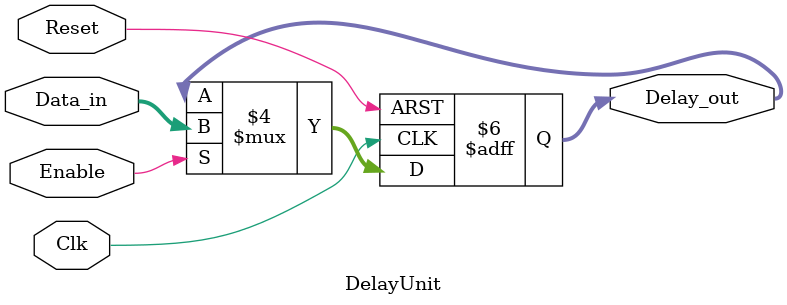
<source format=v>
`timescale 1ns / 1ps
module DelayUnit(Clk,Reset,Enable,Data_in,Delay_out);
	input	Clk,Reset,Enable;
	input	[15:0] Data_in;
	output	[15:0] Delay_out;

	reg[15:0] Delay_out;

	always @(posedge Clk or negedge Reset)
	 begin
		if (Reset ==0) begin
			Delay_out <= 0;
		end
		else begin
			if (Enable == 1'b1) begin
				Delay_out <= Data_in;
			end
		end
	end

endmodule

</source>
